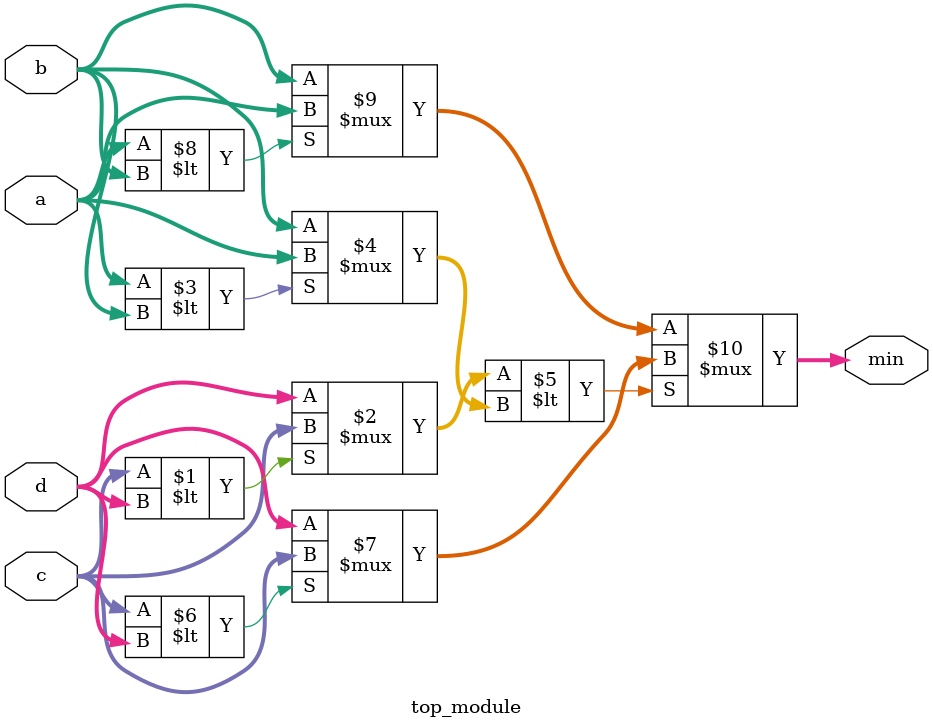
<source format=v>



module top_module (
    input [7:0] a, b, c, d,
    output [7:0] min);//

    assign min = (((c<d)?c:d)<((a<b)? a :b))?((c<d)?c:d):((a<b)? a :b);

endmodule


</source>
